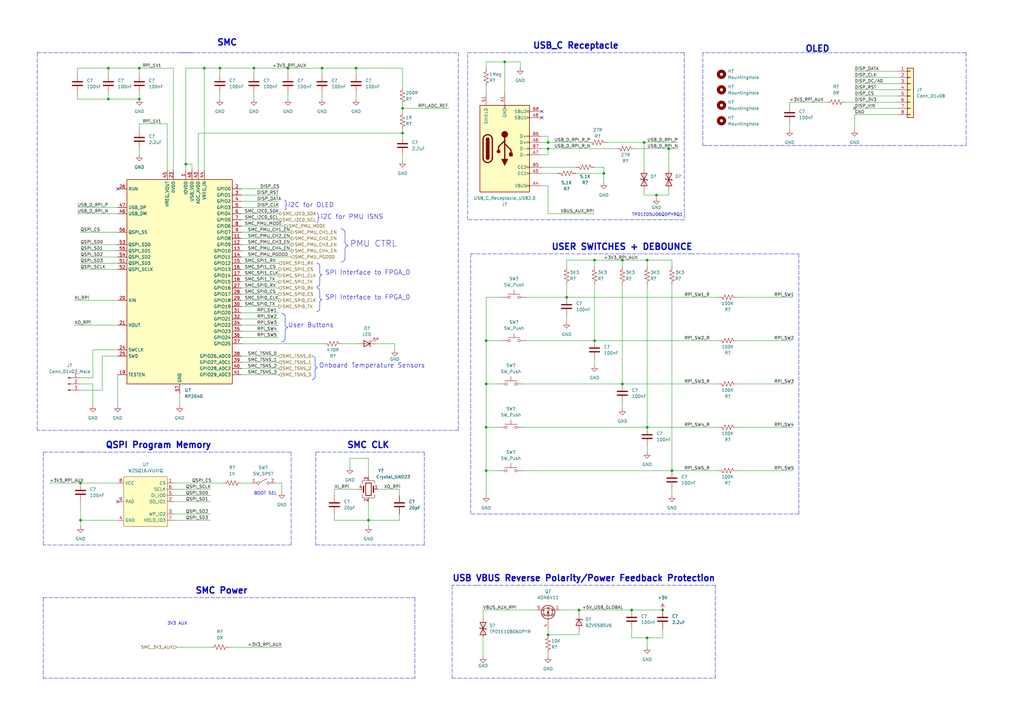
<source format=kicad_sch>
(kicad_sch (version 20211123) (generator eeschema)
  (paper "A3")
  (title_block (title "System Management Controller") (date "2023-02-16") (rev "1") (comment 1 "Designed by DragonEnjoyer :3"))
  (junction (at 207.01 25.4))
  (junction (at 243.84 139.7))
  (junction (at 151.13 213.36))
  (junction (at 265.43 175.26))
  (junction (at 146.05 27.94))
  (junction (at 271.78 250.19))
  (junction (at 247.65 71.12))
  (junction (at 224.79 58.42))
  (junction (at 237.49 250.19))
  (junction (at 243.84 106.68))
  (junction (at 165.1 44.45))
  (junction (at 264.16 58.42))
  (junction (at 275.59 193.04))
  (junction (at 76.2 67.31))
  (junction (at 224.79 60.96))
  (junction (at 259.08 250.19))
  (junction (at 199.39 139.7))
  (junction (at 83.82 27.94))
  (junction (at 104.14 27.94))
  (junction (at 199.39 157.48))
  (junction (at 33.02 213.36))
  (junction (at 33.02 198.12))
  (junction (at 199.39 175.26))
  (junction (at 44.45 40.64))
  (junction (at 232.41 121.92))
  (junction (at 269.24 80.01))
  (junction (at 57.15 40.64))
  (junction (at 199.39 193.04))
  (junction (at 44.45 27.94))
  (junction (at 255.27 106.68))
  (junction (at 90.17 27.94))
  (junction (at 165.1 54.61))
  (junction (at 224.79 260.35))
  (junction (at 265.43 261.62))
  (junction (at 132.08 27.94))
  (junction (at 118.11 27.94))
  (junction (at 274.32 60.96))
  (junction (at 57.15 27.94))
  (junction (at 265.43 106.68))
  (junction (at 255.27 157.48))
  (no_connect (at 222.25 48.26))
  (no_connect (at 350.52 44.45))
  (no_connect (at 48.26 77.47))
  (no_connect (at 222.25 45.72))
  (no_connect (at 48.26 205.74))
  (wire (pts (xy 259.08 250.19) (xy 271.78 250.19)))
  (wire (pts (xy 137.16 200.66) (xy 137.16 203.2)))
  (wire (pts (xy 81.28 69.85) (xy 81.28 54.61)))
  (wire (pts (xy 57.15 60.96) (xy 57.15 63.5)))
  (wire (pts (xy 255.27 106.68) (xy 265.43 106.68)))
  (polyline (pts (xy 170.18 245.11) (xy 170.18 278.13)))
  (polyline (pts (xy 187.96 21.59) (xy 187.96 176.53)))
  (wire (pts (xy 350.52 39.37) (xy 368.3 39.37)))
  (wire (pts (xy 269.24 80.01) (xy 269.24 81.28)))
  (wire (pts (xy 222.25 68.58) (xy 236.22 68.58)))
  (wire (pts (xy 31.75 27.94) (xy 31.75 30.48)))
  (wire (pts (xy 151.13 195.58) (xy 151.13 187.96)))
  (wire (pts (xy 199.39 25.4) (xy 207.01 25.4)))
  (wire (pts (xy 38.1 143.51) (xy 48.26 143.51)))
  (wire (pts (xy 99.06 110.49) (xy 114.3 110.49)))
  (wire (pts (xy 71.12 27.94) (xy 71.12 69.85)))
  (wire (pts (xy 71.12 200.66) (xy 86.36 200.66)))
  (wire (pts (xy 224.79 63.5) (xy 224.79 60.96)))
  (wire (pts (xy 198.12 261.62) (xy 198.12 269.24)))
  (wire (pts (xy 232.41 109.22) (xy 232.41 106.68)))
  (wire (pts (xy 154.94 200.66) (xy 163.83 200.66)))
  (wire (pts (xy 78.74 67.31) (xy 76.2 67.31)))
  (polyline (pts (xy 185.42 240.03) (xy 185.42 278.13)))
  (wire (pts (xy 68.58 50.8) (xy 57.15 50.8)))
  (wire (pts (xy 222.25 76.2) (xy 224.79 76.2)))
  (polyline (pts (xy 17.78 185.42) (xy 34.29 185.42)))
  (wire (pts (xy 199.39 175.26) (xy 199.39 193.04)))
  (wire (pts (xy 205.74 121.92) (xy 199.39 121.92)))
  (wire (pts (xy 165.1 53.34) (xy 165.1 54.61)))
  (wire (pts (xy 31.75 87.63) (xy 48.26 87.63)))
  (wire (pts (xy 255.27 106.68) (xy 255.27 109.22)))
  (wire (pts (xy 199.39 193.04) (xy 204.47 193.04)))
  (wire (pts (xy 90.17 38.1) (xy 90.17 40.64)))
  (wire (pts (xy 99.06 133.35) (xy 114.3 133.35)))
  (wire (pts (xy 274.32 77.47) (xy 274.32 80.01)))
  (wire (pts (xy 237.49 259.08) (xy 237.49 260.35)))
  (polyline (pts (xy 327.66 210.82) (xy 193.04 210.82)))
  (wire (pts (xy 71.12 27.94) (xy 57.15 27.94)))
  (wire (pts (xy 99.06 130.81) (xy 114.3 130.81)))
  (wire (pts (xy 243.84 68.58) (xy 247.65 68.58)))
  (wire (pts (xy 163.83 210.82) (xy 163.83 213.36)))
  (wire (pts (xy 214.63 193.04) (xy 275.59 193.04)))
  (wire (pts (xy 264.16 58.42) (xy 264.16 69.85)))
  (wire (pts (xy 323.85 53.34) (xy 323.85 50.8)))
  (wire (pts (xy 33.02 213.36) (xy 33.02 215.9)))
  (wire (pts (xy 165.1 54.61) (xy 165.1 55.88)))
  (polyline (pts (xy 187.96 176.53) (xy 15.24 176.53)))
  (wire (pts (xy 232.41 121.92) (xy 294.64 121.92)))
  (wire (pts (xy 33.02 110.49) (xy 48.26 110.49)))
  (wire (pts (xy 114.3 80.01) (xy 99.06 80.01)))
  (polyline (pts (xy 173.99 223.52) (xy 173.99 185.42)))
  (wire (pts (xy 199.39 139.7) (xy 199.39 157.48)))
  (wire (pts (xy 81.28 54.61) (xy 165.1 54.61)))
  (wire (pts (xy 38.1 157.48) (xy 38.1 166.37)))
  (polyline (pts (xy 73.66 21.59) (xy 187.96 21.59)))
  (wire (pts (xy 99.06 87.63) (xy 114.3 87.63)))
  (wire (pts (xy 199.39 175.26) (xy 204.47 175.26)))
  (wire (pts (xy 255.27 157.48) (xy 294.64 157.48)))
  (wire (pts (xy 237.49 260.35) (xy 224.79 260.35)))
  (wire (pts (xy 33.02 102.87) (xy 48.26 102.87)))
  (wire (pts (xy 90.17 27.94) (xy 90.17 30.48)))
  (wire (pts (xy 73.66 161.29) (xy 73.66 166.37)))
  (polyline (pts (xy 15.24 176.53) (xy 15.24 21.59)))
  (wire (pts (xy 104.14 27.94) (xy 118.11 27.94)))
  (polyline (pts (xy 293.37 278.13) (xy 293.37 240.03)))
  (wire (pts (xy 99.06 148.59) (xy 114.3 148.59)))
  (polyline (pts (xy 191.77 21.59) (xy 205.74 21.59)))
  (wire (pts (xy 78.74 69.85) (xy 78.74 67.31)))
  (wire (pts (xy 99.06 128.27) (xy 114.3 128.27)))
  (wire (pts (xy 99.06 97.79) (xy 119.38 97.79)))
  (wire (pts (xy 44.45 27.94) (xy 57.15 27.94)))
  (wire (pts (xy 33.02 213.36) (xy 48.26 213.36)))
  (polyline (pts (xy 17.78 223.52) (xy 17.78 185.42)))
  (wire (pts (xy 248.92 58.42) (xy 264.16 58.42)))
  (wire (pts (xy 222.25 63.5) (xy 224.79 63.5)))
  (wire (pts (xy 236.22 71.12) (xy 247.65 71.12)))
  (wire (pts (xy 302.26 175.26) (xy 325.12 175.26)))
  (wire (pts (xy 199.39 157.48) (xy 204.47 157.48)))
  (wire (pts (xy 224.79 87.63) (xy 243.84 87.63)))
  (wire (pts (xy 222.25 60.96) (xy 224.79 60.96)))
  (polyline (pts (xy 129.54 185.42) (xy 173.99 185.42)))
  (wire (pts (xy 232.41 129.54) (xy 232.41 132.08)))
  (wire (pts (xy 237.49 250.19) (xy 237.49 251.46)))
  (wire (pts (xy 146.05 27.94) (xy 146.05 30.48)))
  (polyline (pts (xy 119.38 223.52) (xy 17.78 223.52)))
  (wire (pts (xy 151.13 213.36) (xy 151.13 215.9)))
  (wire (pts (xy 99.06 140.97) (xy 132.715 140.97)))
  (wire (pts (xy 76.2 27.94) (xy 76.2 67.31)))
  (polyline (pts (xy 185.42 278.13) (xy 293.37 278.13)))
  (wire (pts (xy 247.65 71.12) (xy 247.65 68.58)))
  (wire (pts (xy 104.14 27.94) (xy 104.14 30.48)))
  (wire (pts (xy 271.78 257.81) (xy 271.78 261.62)))
  (wire (pts (xy 165.1 44.45) (xy 165.1 45.72)))
  (wire (pts (xy 57.15 50.8) (xy 57.15 53.34)))
  (wire (pts (xy 99.06 198.12) (xy 102.87 198.12)))
  (wire (pts (xy 161.925 140.97) (xy 161.925 143.51)))
  (wire (pts (xy 99.06 125.73) (xy 114.3 125.73)))
  (wire (pts (xy 165.1 43.18) (xy 165.1 44.45)))
  (wire (pts (xy 137.16 213.36) (xy 137.16 210.82)))
  (wire (pts (xy 118.11 27.94) (xy 118.11 30.48)))
  (wire (pts (xy 33.02 105.41) (xy 48.26 105.41)))
  (polyline (pts (xy 396.24 59.69) (xy 396.24 21.59)))
  (wire (pts (xy 274.32 60.96) (xy 274.32 69.85)))
  (wire (pts (xy 302.26 139.7) (xy 325.12 139.7)))
  (wire (pts (xy 165.1 35.56) (xy 165.1 27.94)))
  (wire (pts (xy 99.06 105.41) (xy 119.38 105.41)))
  (wire (pts (xy 115.57 198.12) (xy 115.57 201.93)))
  (wire (pts (xy 259.08 261.62) (xy 265.43 261.62)))
  (wire (pts (xy 44.45 40.64) (xy 57.15 40.64)))
  (wire (pts (xy 99.06 115.57) (xy 114.3 115.57)))
  (wire (pts (xy 214.63 175.26) (xy 265.43 175.26)))
  (wire (pts (xy 198.12 250.19) (xy 219.71 250.19)))
  (wire (pts (xy 99.06 123.19) (xy 114.3 123.19)))
  (wire (pts (xy 302.26 193.04) (xy 325.12 193.04)))
  (wire (pts (xy 146.05 38.1) (xy 146.05 40.64)))
  (wire (pts (xy 99.06 85.09) (xy 114.3 85.09)))
  (polyline (pts (xy 129.54 185.42) (xy 129.54 223.52)))
  (polyline (pts (xy 280.67 90.17) (xy 191.77 90.17)))
  (wire (pts (xy 255.27 165.1) (xy 255.27 167.64)))
  (wire (pts (xy 83.82 27.94) (xy 76.2 27.94)))
  (wire (pts (xy 237.49 250.19) (xy 259.08 250.19)))
  (wire (pts (xy 30.48 123.19) (xy 48.26 123.19)))
  (wire (pts (xy 104.14 38.1) (xy 104.14 40.64)))
  (wire (pts (xy 99.06 77.47) (xy 114.3 77.47)))
  (wire (pts (xy 350.52 36.83) (xy 368.3 36.83)))
  (polyline (pts (xy 205.74 21.59) (xy 280.67 21.59)))
  (wire (pts (xy 33.02 95.25) (xy 48.26 95.25)))
  (polyline (pts (xy 283.21 104.14) (xy 327.66 104.14)))
  (wire (pts (xy 31.75 40.64) (xy 31.75 38.1)))
  (wire (pts (xy 323.85 41.91) (xy 339.09 41.91)))
  (wire (pts (xy 199.39 139.7) (xy 205.74 139.7)))
  (wire (pts (xy 247.65 71.12) (xy 247.65 74.93)))
  (wire (pts (xy 165.1 44.45) (xy 184.15 44.45)))
  (wire (pts (xy 99.06 100.33) (xy 119.38 100.33)))
  (wire (pts (xy 274.32 80.01) (xy 269.24 80.01)))
  (wire (pts (xy 33.02 160.02) (xy 41.91 160.02)))
  (wire (pts (xy 207.01 25.4) (xy 207.01 38.1)))
  (wire (pts (xy 346.71 41.91) (xy 368.3 41.91)))
  (polyline (pts (xy 33.02 185.42) (xy 119.38 185.42)))
  (polyline (pts (xy 191.77 90.17) (xy 191.77 21.59)))
  (wire (pts (xy 99.06 90.17) (xy 114.3 90.17)))
  (wire (pts (xy 44.45 40.64) (xy 44.45 38.1)))
  (wire (pts (xy 30.48 133.35) (xy 48.26 133.35)))
  (polyline (pts (xy 327.66 104.14) (xy 327.66 210.82)))
  (wire (pts (xy 38.1 154.94) (xy 38.1 143.51)))
  (wire (pts (xy 243.84 106.68) (xy 243.84 109.22)))
  (wire (pts (xy 140.335 140.97) (xy 146.685 140.97)))
  (wire (pts (xy 265.43 261.62) (xy 265.43 265.43)))
  (wire (pts (xy 71.12 213.36) (xy 86.36 213.36)))
  (wire (pts (xy 232.41 116.84) (xy 232.41 121.92)))
  (wire (pts (xy 265.43 182.88) (xy 265.43 185.42)))
  (wire (pts (xy 199.39 25.4) (xy 199.39 27.94)))
  (wire (pts (xy 224.79 58.42) (xy 224.79 55.88)))
  (wire (pts (xy 143.51 187.96) (xy 143.51 191.77)))
  (polyline (pts (xy 17.78 245.11) (xy 170.18 245.11)))
  (wire (pts (xy 302.26 121.92) (xy 325.12 121.92)))
  (polyline (pts (xy 195.58 240.03) (xy 185.42 240.03)))
  (wire (pts (xy 99.06 120.65) (xy 114.3 120.65)))
  (wire (pts (xy 350.52 31.75) (xy 368.3 31.75)))
  (wire (pts (xy 99.06 113.03) (xy 114.3 113.03)))
  (wire (pts (xy 265.43 106.68) (xy 275.59 106.68)))
  (polyline (pts (xy 170.18 278.13) (xy 17.78 278.13)))
  (wire (pts (xy 232.41 106.68) (xy 243.84 106.68)))
  (wire (pts (xy 48.26 153.67) (xy 48.26 166.37)))
  (wire (pts (xy 132.08 27.94) (xy 146.05 27.94)))
  (wire (pts (xy 265.43 116.84) (xy 265.43 175.26)))
  (wire (pts (xy 76.2 67.31) (xy 76.2 69.85)))
  (polyline (pts (xy 293.37 240.03) (xy 195.58 240.03)))
  (wire (pts (xy 20.32 198.12) (xy 33.02 198.12)))
  (wire (pts (xy 224.79 60.96) (xy 252.73 60.96)))
  (wire (pts (xy 33.02 157.48) (xy 38.1 157.48)))
  (wire (pts (xy 57.15 38.1) (xy 57.15 40.64)))
  (wire (pts (xy 255.27 116.84) (xy 255.27 157.48)))
  (wire (pts (xy 113.03 198.12) (xy 115.57 198.12)))
  (wire (pts (xy 118.11 27.94) (xy 132.08 27.94)))
  (wire (pts (xy 215.9 139.7) (xy 243.84 139.7)))
  (wire (pts (xy 243.84 106.68) (xy 255.27 106.68)))
  (wire (pts (xy 224.79 58.42) (xy 241.3 58.42)))
  (wire (pts (xy 350.52 29.21) (xy 368.3 29.21)))
  (wire (pts (xy 222.25 71.12) (xy 228.6 71.12)))
  (wire (pts (xy 207.01 25.4) (xy 213.36 25.4)))
  (wire (pts (xy 33.02 154.94) (xy 38.1 154.94)))
  (wire (pts (xy 265.43 261.62) (xy 271.78 261.62)))
  (polyline (pts (xy 15.24 21.59) (xy 78.74 21.59)))
  (wire (pts (xy 260.35 60.96) (xy 274.32 60.96)))
  (polyline (pts (xy 288.29 21.59) (xy 288.29 59.69)))
  (wire (pts (xy 71.1321 210.82) (xy 86.3721 210.82)))
  (wire (pts (xy 224.79 76.2) (xy 224.79 87.63)))
  (wire (pts (xy 86.36 265.43) (xy 72.39 265.43)))
  (polyline (pts (xy 280.67 21.59) (xy 280.67 90.17)))
  (wire (pts (xy 222.25 55.88) (xy 224.79 55.88)))
  (polyline (pts (xy 193.04 104.14) (xy 283.21 104.14)))
  (wire (pts (xy 265.43 106.68) (xy 265.43 109.22)))
  (wire (pts (xy 99.06 92.71) (xy 116.84 92.71)))
  (wire (pts (xy 90.17 27.94) (xy 104.14 27.94)))
  (wire (pts (xy 275.59 200.66) (xy 275.59 203.2)))
  (wire (pts (xy 269.24 80.01) (xy 264.16 80.01)))
  (wire (pts (xy 132.08 27.94) (xy 132.08 30.48)))
  (wire (pts (xy 68.58 69.85) (xy 68.58 50.8)))
  (wire (pts (xy 243.84 147.32) (xy 243.84 149.86)))
  (wire (pts (xy 222.25 58.42) (xy 224.79 58.42)))
  (wire (pts (xy 44.45 27.94) (xy 44.45 30.48)))
  (wire (pts (xy 151.13 205.74) (xy 151.13 213.36)))
  (wire (pts (xy 163.83 200.66) (xy 163.83 203.2)))
  (wire (pts (xy 99.06 95.25) (xy 119.38 95.25)))
  (wire (pts (xy 99.06 151.13) (xy 114.3 151.13)))
  (wire (pts (xy 229.87 250.19) (xy 237.49 250.19)))
  (wire (pts (xy 265.43 175.26) (xy 294.64 175.26)))
  (wire (pts (xy 165.1 63.5) (xy 165.1 66.04)))
  (wire (pts (xy 83.82 27.94) (xy 83.82 69.85)))
  (wire (pts (xy 224.79 267.97) (xy 224.79 269.24)))
  (wire (pts (xy 57.15 27.94) (xy 57.15 30.48)))
  (wire (pts (xy 199.39 157.48) (xy 199.39 175.26)))
  (wire (pts (xy 99.06 82.55) (xy 114.3 82.55)))
  (polyline (pts (xy 193.04 210.82) (xy 193.04 104.14)))
  (wire (pts (xy 99.06 135.89) (xy 114.3 135.89)))
  (wire (pts (xy 275.59 116.84) (xy 275.59 193.04)))
  (wire (pts (xy 41.91 146.05) (xy 48.26 146.05)))
  (wire (pts (xy 118.11 38.1) (xy 118.11 40.64)))
  (polyline (pts (xy 288.29 59.69) (xy 396.24 59.69)))
  (wire (pts (xy 71.12 205.74) (xy 86.36 205.74)))
  (wire (pts (xy 99.06 102.87) (xy 119.38 102.87)))
  (wire (pts (xy 214.63 157.48) (xy 255.27 157.48)))
  (wire (pts (xy 33.02 205.74) (xy 33.02 213.36)))
  (polyline (pts (xy 119.38 185.42) (xy 119.38 223.52)))
  (wire (pts (xy 350.52 34.29) (xy 368.3 34.29)))
  (wire (pts (xy 147.32 200.66) (xy 137.16 200.66)))
  (wire (pts (xy 198.12 250.19) (xy 198.12 254)))
  (wire (pts (xy 41.91 160.02) (xy 41.91 146.05)))
  (wire (pts (xy 350.52 44.45) (xy 368.3 44.45)))
  (wire (pts (xy 232.41 121.92) (xy 215.9 121.92)))
  (wire (pts (xy 33.02 198.12) (xy 48.26 198.12)))
  (wire (pts (xy 31.75 27.94) (xy 44.45 27.94)))
  (wire (pts (xy 115.57 265.43) (xy 93.98 265.43)))
  (polyline (pts (xy 396.24 21.59) (xy 288.29 21.59)))
  (wire (pts (xy 146.05 27.94) (xy 165.1 27.94)))
  (wire (pts (xy 99.06 107.95) (xy 114.3 107.95)))
  (wire (pts (xy 199.39 35.56) (xy 199.39 38.1)))
  (wire (pts (xy 151.13 187.96) (xy 143.51 187.96)))
  (polyline (pts (xy 17.78 245.11) (xy 17.78 278.13)))
  (wire (pts (xy 99.06 146.05) (xy 114.3 146.05)))
  (wire (pts (xy 199.39 121.92) (xy 199.39 139.7)))
  (wire (pts (xy 350.52 46.99) (xy 368.3 46.99)))
  (wire (pts (xy 151.13 213.36) (xy 137.16 213.36)))
  (wire (pts (xy 213.36 25.4) (xy 213.36 27.94)))
  (wire (pts (xy 243.84 116.84) (xy 243.84 139.7)))
  (wire (pts (xy 31.75 85.09) (xy 48.26 85.09)))
  (wire (pts (xy 259.08 261.62) (xy 259.08 257.81)))
  (wire (pts (xy 83.82 27.94) (xy 90.17 27.94)))
  (wire (pts (xy 243.84 139.7) (xy 294.64 139.7)))
  (wire (pts (xy 264.16 80.01) (xy 264.16 77.47)))
  (wire (pts (xy 31.75 40.64) (xy 44.45 40.64)))
  (wire (pts (xy 163.83 213.36) (xy 151.13 213.36)))
  (wire (pts (xy 274.32 60.96) (xy 278.13 60.96)))
  (wire (pts (xy 302.26 157.48) (xy 325.12 157.48)))
  (wire (pts (xy 33.02 100.33) (xy 48.26 100.33)))
  (wire (pts (xy 323.85 41.91) (xy 323.85 43.18)))
  (wire (pts (xy 33.02 107.95) (xy 48.26 107.95)))
  (polyline (pts (xy 129.54 223.52) (xy 173.99 223.52)))
  (wire (pts (xy 199.39 193.04) (xy 199.39 203.2)))
  (wire (pts (xy 224.79 257.81) (xy 224.79 260.35)))
  (wire (pts (xy 99.06 118.11) (xy 114.3 118.11)))
  (wire (pts (xy 71.12 198.12) (xy 91.44 198.12)))
  (wire (pts (xy 71.12 203.2) (xy 86.36 203.2)))
  (wire (pts (xy 264.16 58.42) (xy 278.13 58.42)))
  (wire (pts (xy 99.06 138.43) (xy 114.3 138.43)))
  (wire (pts (xy 132.08 38.1) (xy 132.08 40.64)))
  (wire (pts (xy 275.59 106.68) (xy 275.59 109.22)))
  (wire (pts (xy 154.305 140.97) (xy 161.925 140.97)))
  (wire (pts (xy 99.06 153.67) (xy 114.3 153.67)))
  (wire (pts (xy 350.52 46.99) (xy 350.52 53.34)))
  (wire (pts (xy 275.59 193.04) (xy 294.64 193.04)))
  (text "SPI Interface to FPGA_0\n" (at 133.35 123.19 0) (effects (font (size 1.905 1.905)) (justify left bottom)))
  (text "TPD1E05U06QDPYRQ1" (at 259.08 88.9 0) (effects (font (size 1.27 1.27)) (justify left bottom)))
  (text "}" (at 116.332 85.598 0) (effects (font (size 2.54 2.54)) (justify left bottom)))
  (text "USB VBUS Reverse Polarity/Power Feedback Protection" (at 185.42 238.76 0) (effects (font (size 2.54 2.54) (thickness 0.508) bold) (justify left bottom)))
  (text "PMU CTRL" (at 143.51 101.6 0) (effects (font (size 2.54 2.54)) (justify left bottom)))
  (text "USB_C Receptacle" (at 218.44 20.32 0) (effects (font (size 2.54 2.54) bold) (justify left bottom)))
  (text "User Buttons" (at 118.11 134.62 0) (effects (font (size 1.905 1.905)) (justify left bottom)))
  (text "USER SWITCHES + DEBOUNCE" (at 226.06 102.87 0) (effects (font (size 2.54 2.54) bold) (justify left bottom)))
  (text "3V3 AUX " (at 68.58 256.54 0) (effects (font (size 1.27 1.27)) (justify left bottom)))
  (text "}" (at 128.905 126.365 0) (effects (font (size 6.35 6.35)) (justify left bottom)))
  (text "SMC Power" (at 80.01 243.84 0) (effects (font (size 2.54 2.54) (thickness 0.508) bold) (justify left bottom)))
  (text "i2C for PMU ISNS\n" (at 131.445 90.17 0) (effects (font (size 1.905 1.905)) (justify left bottom)))
  (text "}" (at 128.905 116.205 0) (effects (font (size 6.35 6.35)) (justify left bottom)))
  (text "OLED" (at 330.2 21.59 0) (effects (font (size 2.54 2.54) (thickness 0.508) bold) (justify left bottom)))
  (text "}" (at 127 154.305 0) (effects (font (size 6.35 6.35)) (justify left bottom)))
  (text "SMC" (at 88.9 19.05 0) (effects (font (size 2.54 2.54) (thickness 0.508) bold) (justify left bottom)))
  (text "SPI Interface to FPGA_0" (at 133.35 113.03 0) (effects (font (size 1.905 1.905)) (justify left bottom)))
  (text "QSPI Program Memory" (at 43.18 184.15 0) (effects (font (size 2.54 2.54) bold) (justify left bottom)))
  (text "}" (at 138.43 105.41 0) (effects (font (size 8.89 8.89)) (justify left bottom)))
  (text "SMC CLK" (at 142.24 184.15 0) (effects (font (size 2.54 2.54) bold) (justify left bottom)))
  (text "i2C for OLED" (at 118.11 85.344 0) (effects (font (size 1.905 1.905)) (justify left bottom)))
  (text "}" (at 129.54 90.805 0) (effects (font (size 2.54 2.54)) (justify left bottom)))
  (text "Onboard Temperature Sensors" (at 130.81 151.13 0) (effects (font (size 1.905 1.905)) (justify left bottom)))
  (text "BOOT SEL" (at 104.14 203.2 0) (effects (font (size 1.27 1.27)) (justify left bottom)))
  (text "}" (at 114.3 138.43 0) (effects (font (size 7.62 7.62)) (justify left bottom)))
  (label "RPi_SW3" (at 317.5 157.48 0))
  (label "SMC_SPI1_CS" (at 100.33 110.49 0))
  (label "DISP_CLK" (at 350.52 31.75 0))
  (label "RPi_SW1" (at 317.5 121.92 0))
  (label "GND" (at 350.52 46.99 0))
  (label "RPi_SW4_R" (at 280.67 175.26 0))
  (label "RPi_SW5" (at 105.41 138.43 0))
  (label "DISP_CS" (at 106.68 77.47 0))
  (label "USB_D_RPI_N" (at 265.43 60.96 0))
  (label "SMC_SPI1_TX" (at 100.33 115.57 0))
  (label "QSPI_SD1" (at 76.2 205.74 0))
  (label "DISP_DATA" (at 105.41 82.55 0))
  (label "SMC_TSNS_0" (at 101.6 146.05 0))
  (label "DISP_DC{slash}A0" (at 350.52 34.29 0))
  (label "XI_RPi" (at 30.48 123.19 0))
  (label "XO_RPi" (at 30.48 133.35 0))
  (label "QSPI_SD0" (at 76.2 203.2 0))
  (label "QSPI_SD2" (at 76.2 210.82 0))
  (label "QSPI_SCLK" (at 76.2 200.66 0))
  (label "+5V_USB_GLOBAL" (at 238.76 250.19 0))
  (label "SMC_TSNS_2" (at 101.6 151.13 0))
  (label "SMC_I2C0_SDA" (at 100.33 87.63 0))
  (label "QSPI_CS" (at 33.02 95.25 0))
  (label "+3V3_RPi_AUX" (at 323.85 41.91 0))
  (label "SMC_PMU_CH4_EN" (at 101.6 102.87 0))
  (label "DISP_RST" (at 114.3 80.01 180))
  (label "USB_D_RPI_P" (at 265.43 58.42 0))
  (label "XI_RPi" (at 137.16 200.66 0))
  (label "SMC_SPI1_CLK" (at 100.33 113.03 0))
  (label "QSPI_SD3" (at 76.2 213.36 0))
  (label "DISP_CLK" (at 105.41 85.09 0))
  (label "DISP_RST" (at 350.52 36.83 0))
  (label "RPi_SW4" (at 105.41 135.89 0))
  (label "RPi_SW5" (at 317.5 193.04 0))
  (label "RPi_SW1" (at 105.41 128.27 0))
  (label "RPi_SW1_R" (at 280.67 121.92 0))
  (label "RPi_SW2" (at 317.5 139.7 0))
  (label "+3V3_RPi_AUX" (at 247.65 106.68 0))
  (label "SMC_PMU_CH2_EN" (at 101.6 97.79 0))
  (label "SMC_I2C0_SCL" (at 100.33 90.17 0))
  (label "+3V3_RPi_AUX" (at 20.32 198.12 0))
  (label "RPi_SW3" (at 105.41 133.35 0))
  (label "SMC_SPI0_CS" (at 100.33 120.65 0))
  (label "RPi_1V1" (at 58.42 27.94 0))
  (label "SMC_PMU_PGOOD" (at 101.6 105.41 0))
  (label "USB_D_RPI_N" (at 31.75 87.63 0))
  (label "+3V3_RPi_AUX" (at 125.73 27.94 180))
  (label "+3V3_RPi_AUX" (at 101.6 265.43 0))
  (label "QSPI_SD0" (at 33.02 100.33 0))
  (label "RPi_SW5_R" (at 280.67 193.04 0))
  (label "DISP_CS" (at 350.52 39.37 0))
  (label "VBUS_AUX_RPI" (at 198.12 250.19 0))
  (label "RPi_SW3_R" (at 280.67 157.48 0))
  (label "QSPI_CS" (at 78.74 198.12 0))
  (label "USB_D_RPI_P" (at 31.75 85.09 0))
  (label "QSPI_SD3" (at 33.02 107.95 0))
  (label "SMC_PMU_CH1_EN" (at 101.6 95.25 0))
  (label "SMC_SPI0_RX" (at 100.33 118.11 0))
  (label "RPi_ADC_REF" (at 171.45 44.45 0))
  (label "RPi_SW4" (at 317.5 175.26 0))
  (label "SMC_TSNS_3" (at 101.6 153.67 0))
  (label "QSPI_SD1" (at 33.02 102.87 0))
  (label "USB_D_RPI_R_N" (at 227.33 60.96 0))
  (label "DISP_3V3" (at 350.52 41.91 0))
  (label "QSPI_SCLK" (at 33.02 110.49 0))
  (label "USB_D_RPI_R_P" (at 227.33 58.42 0))
  (label "XO_RPi" (at 157.48 200.66 0))
  (label "QSPI_SD2" (at 33.02 105.41 0))
  (label "SMC_SPI0_TX" (at 100.33 125.73 0))
  (label "RPi_1V1" (at 58.42 50.8 0))
  (label "RPi_SW2" (at 105.41 130.81 0))
  (label "SMC_PMU_MODE" (at 100.33 92.71 0))
  (label "SMC_SPI1_RX" (at 100.33 107.95 0))
  (label "SMC_SPI0_CLK" (at 100.33 123.19 0))
  (label "SMC_TSNS_1" (at 101.6 148.59 0))
  (label "SMC_PMU_CH3_EN" (at 101.6 100.33 0))
  (label "DISP_DATA" (at 350.52 29.21 0))
  (label "DISP_VIN" (at 350.52 44.45 0))
  (label "VBUS_AUX_RPI" (at 229.87 87.63 0))
  (label "RPi_SW2_R" (at 280.67 139.7 0))
  (hierarchical_label "SMC_PMU_MODE" (shape output) (at 116.84 92.71 0))
  (hierarchical_label "SMC_SPI1_RX" (shape input) (at 114.3 107.95 0))
  (hierarchical_label "SMC_TSNS_0" (shape input) (at 114.3 146.05 0))
  (hierarchical_label "SMC_SPI0_CLK" (shape output) (at 114.3 123.19 0))
  (hierarchical_label "SMC_TSNS_3" (shape input) (at 114.3 153.67 0))
  (hierarchical_label "SMC_SPI1_CLK" (shape output) (at 114.3 113.03 0))
  (hierarchical_label "SMC_SPI1_TX" (shape output) (at 114.3 115.57 0))
  (hierarchical_label "SMC_TSNS_1" (shape input) (at 114.3 148.59 0))
  (hierarchical_label "SMC_PMU_CH2_EN" (shape output) (at 119.38 97.79 0))
  (hierarchical_label "SMC_3V3_AUX" (shape input) (at 72.39 265.43 180))
  (hierarchical_label "SMC_SPI1_CS" (shape output) (at 114.3 110.49 0))
  (hierarchical_label "SMC_PMU_CH3_EN" (shape output) (at 119.38 100.33 0))
  (hierarchical_label "SMC_PMU_CH1_EN" (shape output) (at 119.38 95.25 0))
  (hierarchical_label "SMC_SPI0_RX" (shape input) (at 114.3 118.11 0))
  (hierarchical_label "SMC_TSNS_2" (shape input) (at 114.3 151.13 0))
  (hierarchical_label "SMC_I2C0_SCL" (shape bidirectional) (at 114.3 90.17 0))
  (hierarchical_label "SMC_SPI0_CS" (shape output) (at 114.3 120.65 0))
  (hierarchical_label "SMC_SPI0_TX" (shape output) (at 114.3 125.73 0))
  (hierarchical_label "SMC_PMU_CH4_EN" (shape output) (at 119.38 102.87 0))
  (hierarchical_label "SMC_I2C0_SDA" (shape bidirectional) (at 114.3 87.63 0))
  (hierarchical_label "SMC_PMU_PGOOD" (shape input) (at 119.38 105.41 0))
  (symbol (lib_id "Device:R_US") (at 199.39 31.75 0) (mirror y) (unit 1)
    (property "Reference" "R?" (at 200.66 33.02 0) (effects (justify right)))
    (property "Value" "1Meg" (at 200.66 30.48 0) (effects (justify right)))
    (property "Footprint" "Resistor_SMD:R_0402_1005Metric" (effects hide))
    (property "MFR PN" "RC0402FR-071ML" (effects hide))
  )
  (symbol (lib_id "Device:R_US") (at 298.45 139.7 90) (mirror x) (unit 1)
    (property "Reference" "R?" (at 298.45 144.78 90))
    (property "Value" "100K" (at 298.45 142.24 90))
    (property "Footprint" "Resistor_SMD:R_0402_1005Metric" (effects hide))
    (property "MFR PN" "RC0402FR-07100KL" (effects hide))
  )
  (symbol (lib_id "Device:C") (at 163.83 207.01 0) (unit 1)
    (property "Reference" "C?" (at 167.64 205.7399 0) (effects (justify left)))
    (property "Value" "20pF" (at 167.64 208.2799 0) (effects (justify left)))
    (property "Footprint" "Capacitor_SMD:C_0402_1005Metric" (effects hide))
    (property "MFR PN" "GCM1555C1H200JA16D" (effects hide))
  )
  (symbol (lib_id "Device:R_US") (at 136.525 140.97 90) (mirror x) (unit 1)
    (property "Reference" "R?" (at 136.525 146.05 90))
    (property "Value" "470R" (at 136.525 143.51 90))
    (property "Footprint" "Resistor_SMD:R_0402_1005Metric" (effects hide))
    (property "MFR PN" "RC0402FR-07470RP" (effects hide))
  )
  (symbol (lib_id "Device:C") (at 31.75 34.29 0) (unit 1)
    (property "Reference" "C?" (at 35.56 33.0199 0) (effects (justify left)))
    (property "Value" "100nF" (at 35.56 35.5599 0) (effects (justify left)))
    (property "Footprint" "Capacitor_SMD:C_0402_1005Metric" (effects hide))
    (property "MFR PN" "GRM155R71H104ME14J" (effects hide))
  )
  (symbol (lib_id "Device:C") (at 132.08 34.29 0) (unit 1)
    (property "Reference" "C?" (at 135.89 33.0199 0) (effects (justify left)))
    (property "Value" "100nF" (at 135.89 35.5599 0) (effects (justify left)))
    (property "Footprint" "Capacitor_SMD:C_0402_1005Metric" (effects hide))
    (property "MFR PN" "GRM155R71H104ME14J" (effects hide))
  )
  (symbol (lib_id "Switch:SW_Push") (at 209.55 157.48 0) (unit 1)
    (property "Reference" "SW?" (at 209.55 149.86 0))
    (property "Value" "SW_Push" (at 209.55 152.4 0))
    (property "Footprint" "Button_Switch_SMD:SW_SPST_B3SL-1022P" (effects hide))
    (property "Datasheet" "https://omronfs.omron.com/en_US/ecb/products/pdf/en-b3sl.pdf" (effects hide))
    (property "MFR PN" "B3SL-1022P" (effects hide))
  )
  (symbol (lib_id "power:GND") (at 323.85 53.34 0) (unit 1)
    (property "Reference" "#PWR?" (effects hide))
    (property "Value" "GND" (at 323.85 58.42 0))
  )
  (symbol (lib_id "power:GND") (at 33.02 215.9 0) (unit 1)
    (property "Reference" "#PWR?" (effects hide))
    (property "Value" "GND" (at 33.02 220.98 0))
  )
  (symbol (lib_id "Device:C") (at 57.15 57.15 0) (unit 1)
    (property "Reference" "C?" (at 60.96 55.8799 0) (effects (justify left)))
    (property "Value" "2.2uF" (at 60.96 58.4199 0) (effects (justify left)))
    (property "Footprint" "Capacitor_SMD:C_0402_1005Metric" (effects hide))
    (property "MFR PN" "GRT155R61E225KE13D" (effects hide))
  )
  (symbol (lib_id "power:GND") (at 265.43 265.43 0) (unit 1)
    (property "Reference" "#PWR?" (effects hide))
    (property "Value" "GND" (at 265.43 270.51 0))
  )
  (symbol (lib_id "Device:R_US") (at 232.41 113.03 0) (mirror y) (unit 1)
    (property "Reference" "R?" (at 233.68 114.3 0) (effects (justify right)))
    (property "Value" "3K3" (at 233.68 111.76 0) (effects (justify right)))
    (property "Footprint" "Resistor_SMD:R_0402_1005Metric" (effects hide))
    (property "MFR PN" "RC0402FR-073K3L" (effects hide))
  )
  (symbol (lib_id "power:GND") (at 255.27 167.64 0) (unit 1)
    (property "Reference" "#PWR?" (effects hide))
    (property "Value" "GND" (at 255.27 172.72 0))
  )
  (symbol (lib_id "Device:D_TVS") (at 264.16 73.66 90) (unit 1)
    (property "Reference" "D?" (at 266.7 72.3899 90) (effects (justify right)))
    (property "Value" "TPD1E05U06QDPYRQ1" (effects hide))
    (property "Footprint" "Diode_SMD:D_0402_1005Metric" (effects hide))
    (property "Datasheet" "https://www.ti.com/general/docs/suppproductinfo.tsp?distId=26&gotoUrl=https://www.ti.com/lit/gpn/tpd1e05u06-q1" (effects hide))
  )
  (symbol (lib_id "Device:R_US") (at 342.9 41.91 90) (unit 1)
    (property "Reference" "R?" (at 342.9 35.56 90))
    (property "Value" "0R" (at 342.9 38.1 90))
    (property "Footprint" "Resistor_SMD:R_0402_1005Metric" (effects hide))
    (property "Datasheet" "https://www.mouser.com/datasheet/2/447/PYu_RC_Group_51_RoHS_L_11-1984063.pdf" (effects hide))
    (property "MRF PN" "RC0402FR-070RL" (effects hide))
  )
  (symbol (lib_id "Device:R_US") (at 224.79 264.16 0) (mirror y) (unit 1)
    (property "Reference" "R?" (at 226.06 265.43 0) (effects (justify right)))
    (property "Value" "10K" (at 226.06 262.89 0) (effects (justify right)))
    (property "Footprint" "Resistor_SMD:R_0402_1005Metric" (effects hide))
    (property "MFR PN" "RC0402FR-0710KP" (effects hide))
  )
  (symbol (lib_id "Switch:SW_SPST") (at 107.95 198.12 0) (unit 1)
    (property "Reference" "SW?" (at 107.95 191.77 0))
    (property "Value" "SW_SPST" (at 107.95 194.31 0))
    (property "Footprint" "Button_Switch_SMD:SW_SPST_B3U-1000P" (effects hide))
    (property "MFR PN" "B3U-1000P" (effects hide))
  )
  (symbol (lib_id "Device:C") (at 165.1 59.69 0) (unit 1)
    (property "Reference" "C?" (at 168.91 58.4199 0) (effects (justify left)))
    (property "Value" "2.2uF" (at 168.91 60.9599 0) (effects (justify left)))
    (property "Footprint" "Capacitor_SMD:C_0402_1005Metric" (effects hide))
    (property "MFR PN" "GRT155R61E225KE13D" (effects hide))
  )
  (symbol (lib_id "Switch:SW_Push") (at 210.82 121.92 0) (unit 1)
    (property "Reference" "SW?" (at 210.82 114.3 0))
    (property "Value" "SW_Push" (at 210.82 116.84 0))
    (property "Footprint" "Button_Switch_SMD:SW_SPST_B3SL-1022P" (effects hide))
    (property "Datasheet" "https://omronfs.omron.com/en_US/ecb/products/pdf/en-b3sl.pdf" (effects hide))
    (property "MFR PN" "B3SL-1022P" (effects hide))
  )
  (symbol (lib_id "Device:R_US") (at 90.17 265.43 90) (unit 1)
    (property "Reference" "R?" (at 90.17 259.08 90))
    (property "Value" "0R" (at 90.17 261.62 90))
    (property "Footprint" "Resistor_SMD:R_0402_1005Metric" (effects hide))
    (property "Datasheet" "https://www.mouser.com/datasheet/2/447/PYu_RC_Group_51_RoHS_L_11-1984063.pdf" (effects hide))
    (property "MRF PN" "RC0402FR-070RL" (effects hide))
  )
  (symbol (lib_id "Device:R_US") (at 298.45 193.04 90) (mirror x) (unit 1)
    (property "Reference" "R?" (at 298.45 198.12 90))
    (property "Value" "100K" (at 298.45 195.58 90))
    (property "Footprint" "Resistor_SMD:R_0402_1005Metric" (effects hide))
    (property "MFR PN" "RC0402FR-07100KL" (effects hide))
  )
  (symbol (lib_id "power:GND") (at 48.26 166.37 0) (unit 1)
    (property "Reference" "#PWR?" (effects hide))
    (property "Value" "GND" (at 48.26 171.45 0))
  )
  (symbol (lib_id "Diode:BZV55B5V6") (at 237.49 255.27 270) (unit 1)
    (property "Reference" "D?" (at 240.03 253.9999 90) (effects (justify left)))
    (property "Value" "BZV55B5V6" (at 240.03 256.5399 90) (effects (justify left)))
    (property "Footprint" "Diode_SMD:D_MiniMELF" (effects hide))
    (property "Datasheet" "https://assets.nexperia.com/documents/data-sheet/BZV55_SER.pdf" (effects hide))
  )
  (symbol (lib_id "Device:R_US") (at 298.45 157.48 90) (mirror x) (unit 1)
    (property "Reference" "R?" (at 298.45 162.56 90))
    (property "Value" "100K" (at 298.45 160.02 90))
    (property "Footprint" "Resistor_SMD:R_0402_1005Metric" (effects hide))
    (property "MFR PN" "RC0402FR-07100KL" (effects hide))
  )
  (symbol (lib_id "power:GND") (at 243.84 149.86 0) (unit 1)
    (property "Reference" "#PWR?" (effects hide))
    (property "Value" "GND" (at 243.84 154.94 0))
  )
  (symbol (lib_id "Device:R_US") (at 95.25 198.12 90) (unit 1)
    (property "Reference" "R?" (at 95.25 191.77 90))
    (property "Value" "1K" (at 95.25 194.31 90))
    (property "Footprint" "Resistor_SMD:R_0402_1005Metric" (effects hide))
    (property "MRF PN" "RC0402FR-071KP" (effects hide))
  )
  (symbol (lib_id "Mechanical:MountingHole") (at 295.91 49.53 0) (unit 1)
    (property "Reference" "H?" (at 298.45 48.2599 0) (effects (justify left)))
    (property "Value" "MountingHole" (at 298.45 50.7999 0) (effects (justify left)))
    (property "Footprint" "MountingHole:MountingHole_3.5mm" (effects hide))
  )
  (symbol (lib_id "Switch:SW_Push") (at 209.55 193.04 0) (unit 1)
    (property "Reference" "SW?" (at 209.55 185.42 0))
    (property "Value" "SW_Push" (at 209.55 187.96 0))
    (property "Footprint" "Button_Switch_SMD:SW_SPST_B3SL-1022P" (effects hide))
    (property "Datasheet" "https://omronfs.omron.com/en_US/ecb/products/pdf/en-b3sl.pdf" (effects hide))
    (property "MFR PN" "B3SL-1022P" (effects hide))
  )
  (symbol (lib_id "Device:D_TVS") (at 198.12 257.81 90) (unit 1)
    (property "Reference" "D?" (at 200.66 256.5399 90) (effects (justify right)))
    (property "Value" "TPD1E10B06DPYR " (at 200.66 259.0799 90) (effects (justify right)))
    (property "Footprint" "Diode_SMD:D_0402_1005Metric" (effects hide))
    (property "Datasheet" "https://www.ti.com/general/docs/suppproductinfo.tsp?distId=26&gotoUrl=https://www.ti.com/lit/gpn/tpd1e10b06" (effects hide))
  )
  (symbol (lib_id "Device:R_US") (at 165.1 39.37 0) (mirror y) (unit 1)
    (property "Reference" "R?" (at 166.37 40.64 0) (effects (justify right)))
    (property "Value" "200R" (at 166.37 38.1 0) (effects (justify right)))
    (property "Footprint" "Resistor_SMD:R_0402_1005Metric" (effects hide))
    (property "MFR PN" "RC0402FR-13200RL" (effects hide))
  )
  (symbol (lib_id "power:GND") (at 232.41 132.08 0) (unit 1)
    (property "Reference" "#PWR?" (effects hide))
    (property "Value" "GND" (at 232.41 137.16 0))
  )
  (symbol (lib_id "Device:R_US") (at 232.41 71.12 90) (mirror x) (unit 1)
    (property "Reference" "R?" (at 232.41 77.47 90))
    (property "Value" "5.1K" (at 232.41 74.93 90))
    (property "Footprint" "Resistor_SMD:R_0402_1005Metric" (effects hide))
    (property "MFR PN" "RC0402FR-075K1L" (effects hide))
  )
  (symbol (lib_id "power:GND") (at 265.43 185.42 0) (unit 1)
    (property "Reference" "#PWR?" (effects hide))
    (property "Value" "GND" (at 265.43 190.5 0))
  )
  (symbol (lib_id "Device:R_US") (at 265.43 113.03 0) (mirror y) (unit 1)
    (property "Reference" "R?" (at 266.7 114.3 0) (effects (justify right)))
    (property "Value" "3K3" (at 266.7 111.76 0) (effects (justify right)))
    (property "Footprint" "Resistor_SMD:R_0402_1005Metric" (effects hide))
    (property "MFR PN" "RC0402FR-073K3L" (effects hide))
  )
  (symbol (lib_id "Switch:SW_Push") (at 209.55 175.26 0) (unit 1)
    (property "Reference" "SW?" (at 209.55 167.64 0))
    (property "Value" "SW_Push" (at 209.55 170.18 0))
    (property "Footprint" "Button_Switch_SMD:SW_SPST_B3SL-1022P" (effects hide))
    (property "Datasheet" "https://omronfs.omron.com/en_US/ecb/products/pdf/en-b3sl.pdf" (effects hide))
    (property "MFR PN" "B3SL-1022P" (effects hide))
  )
  (symbol (lib_id "Device:R_US") (at 245.11 58.42 90) (mirror x) (unit 1)
    (property "Reference" "R?" (at 245.11 55.88 90))
    (property "Value" "27R" (at 245.11 53.34 90))
    (property "Footprint" "Resistor_SMD:R_0402_1005Metric" (effects hide))
    (property "MFR PN" "RC0402FR-0727RL" (effects hide))
  )
  (symbol (lib_id "Device:C") (at 323.85 46.99 0) (unit 1)
    (property "Reference" "C?" (at 327.66 45.7199 0) (effects (justify left)))
    (property "Value" "100nF" (at 327.66 48.2599 0) (effects (justify left)))
    (property "Footprint" "Capacitor_SMD:C_0402_1005Metric" (effects hide))
    (property "MFR PN" "GRM155R71H104ME14J" (effects hide))
  )
  (symbol (lib_id "power:GND") (at 165.1 66.04 0) (mirror y) (unit 1)
    (property "Reference" "#PWR?" (effects hide))
    (property "Value" "GND" (at 165.1 71.12 0))
  )
  (symbol (lib_id "Device:C") (at 104.14 34.29 0) (unit 1)
    (property "Reference" "C?" (at 107.95 33.0199 0) (effects (justify left)))
    (property "Value" "100nF" (at 107.95 35.5599 0) (effects (justify left)))
    (property "Footprint" "Capacitor_SMD:C_0402_1005Metric" (effects hide))
    (property "MFR PN" "GRM155R71H104ME14J" (effects hide))
  )
  (symbol (lib_id "Device:C") (at 118.11 34.29 0) (unit 1)
    (property "Reference" "C?" (at 121.92 33.0199 0) (effects (justify left)))
    (property "Value" "100nF" (at 121.92 35.5599 0) (effects (justify left)))
    (property "Footprint" "Capacitor_SMD:C_0402_1005Metric" (effects hide))
    (property "MFR PN" "GRM155R71H104ME14J" (effects hide))
  )
  (symbol (lib_id "Device:R_US") (at 298.45 121.92 90) (mirror x) (unit 1)
    (property "Reference" "R?" (at 298.45 127 90))
    (property "Value" "100K" (at 298.45 124.46 90))
    (property "Footprint" "Resistor_SMD:R_0402_1005Metric" (effects hide))
    (property "MFR PN" "RC0402FR-07100KL" (effects hide))
  )
  (symbol (lib_id "Transistor_FET:AON6411") (at 224.79 252.73 90) (unit 1)
    (property "Reference" "Q?" (at 224.79 242.57 90))
    (property "Value" "AON6411" (at 224.79 245.11 90))
    (property "Footprint" "Package_DFN_QFN:AO_DFN-8-1EP_5.55x5.2mm_P1.27mm_EP4.12x4.6mm" (effects hide))
    (property "Datasheet" "http://www.aosmd.com/res/data_sheets/AON6411.pdf" (effects hide))
  )
  (symbol (lib_id "power:GND") (at 115.57 201.93 0) (unit 1)
    (property "Reference" "#PWR?" (effects hide))
    (property "Value" "GND" (at 115.57 207.01 0))
  )
  (symbol (lib_id "Device:C") (at 243.84 143.51 0) (unit 1)
    (property "Reference" "C?" (at 247.65 142.2399 0) (effects (justify left)))
    (property "Value" "100nF" (at 247.65 144.7799 0) (effects (justify left)))
    (property "Footprint" "Capacitor_SMD:C_0402_1005Metric" (effects hide))
    (property "MFR PN" "GRM155R71H104ME14J" (effects hide))
  )
  (symbol (lib_id "Device:C") (at 265.43 179.07 0) (unit 1)
    (property "Reference" "C?" (at 269.24 177.7999 0) (effects (justify left)))
    (property "Value" "100nF" (at 269.24 180.3399 0) (effects (justify left)))
    (property "Footprint" "Capacitor_SMD:C_0402_1005Metric" (effects hide))
    (property "MFR PN" "GRM155R71H104ME14J" (effects hide))
  )
  (symbol (lib_id "power:GND") (at 118.11 40.64 0) (mirror y) (unit 1)
    (property "Reference" "#PWR?" (effects hide))
    (property "Value" "GND" (at 118.11 45.72 0))
  )
  (symbol (lib_id "power:GND") (at 90.17 40.64 0) (mirror y) (unit 1)
    (property "Reference" "#PWR?" (effects hide))
    (property "Value" "GND" (at 90.17 45.72 0))
  )
  (symbol (lib_id "Device:C") (at 275.59 196.85 0) (unit 1)
    (property "Reference" "C?" (at 279.4 195.5799 0) (effects (justify left)))
    (property "Value" "100nF" (at 279.4 198.1199 0) (effects (justify left)))
    (property "Footprint" "Capacitor_SMD:C_0402_1005Metric" (effects hide))
    (property "MFR PN" "GRM155R71H104ME14J" (effects hide))
  )
  (symbol (lib_id "Device:C") (at 255.27 161.29 0) (unit 1)
    (property "Reference" "C?" (at 259.08 160.0199 0) (effects (justify left)))
    (property "Value" "100nF" (at 259.08 162.5599 0) (effects (justify left)))
    (property "Footprint" "Capacitor_SMD:C_0402_1005Metric" (effects hide))
    (property "MFR PN" "GRM155R71H104ME14J" (effects hide))
  )
  (symbol (lib_id "Device:R_US") (at 275.59 113.03 0) (mirror y) (unit 1)
    (property "Reference" "R?" (at 276.86 114.3 0) (effects (justify right)))
    (property "Value" "3K3" (at 276.86 111.76 0) (effects (justify right)))
    (property "Footprint" "Resistor_SMD:R_0402_1005Metric" (effects hide))
    (property "MFR PN" "RC0402FR-073K3L" (effects hide))
  )
  (symbol (lib_id "power:GND") (at 161.925 143.51 0) (unit 1)
    (property "Reference" "#PWR?" (effects hide))
    (property "Value" "GND" (at 161.925 147.32 0))
  )
  (symbol (lib_id "Connector:USB_C_Receptacle_USB2.0") (at 207.01 60.96 0) (mirror x) (unit 1)
    (property "Reference" "J?" (at 207.01 83.82 0))
    (property "Value" "USB_C_Receptacle_USB2.0" (at 207.01 81.28 0))
    (property "Footprint" "Connector_USB:USB_C_Receptacle_GCT_USB4085" (effects hide))
    (property "Datasheet" "https://www.usb.org/sites/default/files/documents/usb_type-c.zip" (effects hide))
  )
  (symbol (lib_id "power:GND") (at 38.1 166.37 0) (unit 1)
    (property "Reference" "#PWR?" (effects hide))
    (property "Value" "GND" (at 38.1 171.45 0))
  )
  (symbol (lib_id "Device:R_US") (at 243.84 113.03 0) (mirror y) (unit 1)
    (property "Reference" "R?" (at 245.11 114.3 0) (effects (justify right)))
    (property "Value" "3K3" (at 245.11 111.76 0) (effects (justify right)))
    (property "Footprint" "Resistor_SMD:R_0402_1005Metric" (effects hide))
    (property "MFR PN" "RC0402FR-073K3L" (effects hide))
  )
  (symbol (lib_id "Mechanical:MountingHole") (at 295.91 30.48 0) (unit 1)
    (property "Reference" "H?" (at 298.45 29.2099 0) (effects (justify left)))
    (property "Value" "MountingHole" (at 298.45 31.7499 0) (effects (justify left)))
    (property "Footprint" "MountingHole:MountingHole_3.5mm" (effects hide))
  )
  (symbol (lib_id "Device:C") (at 137.16 207.01 0) (unit 1)
    (property "Reference" "C?" (at 140.97 205.7399 0) (effects (justify left)))
    (property "Value" "20pF" (at 140.97 208.2799 0) (effects (justify left)))
    (property "Footprint" "Capacitor_SMD:C_0402_1005Metric" (effects hide))
    (property "MFR PN" "GCM1555C1H200JA16D" (effects hide))
  )
  (symbol (lib_id "Device:C") (at 90.17 34.29 0) (unit 1)
    (property "Reference" "C?" (at 93.98 33.0199 0) (effects (justify left)))
    (property "Value" "100nF" (at 93.98 35.5599 0) (effects (justify left)))
    (property "Footprint" "Capacitor_SMD:C_0402_1005Metric" (effects hide))
    (property "MFR PN" "GRM155R71H104ME14J" (effects hide))
  )
  (symbol (lib_id "Connector_Generic:Conn_01x08") (at 373.38 36.83 0) (unit 1)
    (property "Reference" "J?" (at 375.92 36.8299 0) (effects (justify left)))
    (property "Value" "Conn_01x08" (at 375.92 39.3699 0) (effects (justify left)))
  )
  (symbol (lib_id "Memory_Flash:W25Q16JVUXIQ") (at 50.8 195.58 0) (unit 1)
    (property "Reference" "U?" (at 59.69 190.5 0))
    (property "Value" "W25Q16JVUXIQ" (at 59.69 193.04 0))
    (property "Footprint" "Package_SON:WSON-8-1EP_4x4mm_P0.8mm_EP2.2x3mm_ThermalVias" (effects hide))
    (property "Datasheet" "https://www.winbond.com/resource-files/w25q16jv%20spi%20revh%2004082019%20plus.pdf" (effects hide))
    (property "MFR PN" "W25Q16JVUXIQ TR" (effects hide))
  )
  (symbol (lib_id "Connector:Conn_01x03_Male") (at 27.94 157.48 0) (unit 1)
    (property "Reference" "J?" (at 28.575 149.86 0))
    (property "Value" "Conn_01x03_Male" (at 28.575 152.4 0))
  )
  (symbol (lib_id "Device:C") (at 57.15 34.29 0) (unit 1)
    (property "Reference" "C?" (at 60.96 33.0199 0) (effects (justify left)))
    (property "Value" "100nF" (at 60.96 35.5599 0) (effects (justify left)))
    (property "Footprint" "Capacitor_SMD:C_0402_1005Metric" (effects hide))
    (property "MFR PN" "GRM155R71H104ME14J" (effects hide))
  )
  (symbol (lib_id "power:GND") (at 146.05 40.64 0) (mirror y) (unit 1)
    (property "Reference" "#PWR?" (effects hide))
    (property "Value" "GND" (at 146.05 45.72 0))
  )
  (symbol (lib_id "Device:C") (at 33.02 201.93 0) (unit 1)
    (property "Reference" "C?" (at 36.83 200.6599 0) (effects (justify left)))
    (property "Value" "100nF" (at 36.83 203.1999 0) (effects (justify left)))
    (property "Footprint" "Capacitor_SMD:C_0402_1005Metric" (effects hide))
    (property "MFR PN" "GRM155R71H104ME14J" (effects hide))
  )
  (symbol (lib_id "Device:R_US") (at 240.03 68.58 90) (mirror x) (unit 1)
    (property "Reference" "R?" (at 240.03 74.93 90))
    (property "Value" "5.1K" (at 240.03 72.39 90))
    (property "Footprint" "Resistor_SMD:R_0402_1005Metric" (effects hide))
    (property "MFR PN" "RC0402FR-075K1L" (effects hide))
  )
  (symbol (lib_id "power:GND") (at 132.08 40.64 0) (mirror y) (unit 1)
    (property "Reference" "#PWR?" (effects hide))
    (property "Value" "GND" (at 132.08 45.72 0))
  )
  (symbol (lib_id "Device:R_US") (at 298.45 175.26 90) (mirror x) (unit 1)
    (property "Reference" "R?" (at 298.45 180.34 90))
    (property "Value" "100K" (at 298.45 177.8 90))
    (property "Footprint" "Resistor_SMD:R_0402_1005Metric" (effects hide))
    (property "MFR PN" "RC0402FR-07100KL" (effects hide))
  )
  (symbol (lib_id "Device:C") (at 146.05 34.29 0) (unit 1)
    (property "Reference" "C?" (at 149.86 33.0199 0) (effects (justify left)))
    (property "Value" "100nF" (at 149.86 35.5599 0) (effects (justify left)))
    (property "Footprint" "Capacitor_SMD:C_0402_1005Metric" (effects hide))
    (property "MFR PN" "GRM155R71H104ME14J" (effects hide))
  )
  (symbol (lib_id "Device:R_US") (at 255.27 113.03 0) (mirror y) (unit 1)
    (property "Reference" "R?" (at 256.54 114.3 0) (effects (justify right)))
    (property "Value" "3K3" (at 256.54 111.76 0) (effects (justify right)))
    (property "Footprint" "Resistor_SMD:R_0402_1005Metric" (effects hide))
    (property "MFR PN" "RC0402FR-073K3L" (effects hide))
  )
  (symbol (lib_id "power:GND") (at 247.65 74.93 0) (mirror y) (unit 1)
    (property "Reference" "#PWR?" (effects hide))
    (property "Value" "GND" (at 247.65 80.01 0))
  )
  (symbol (lib_id "power:+5V") (at 271.78 250.19 0) (unit 1)
    (property "Reference" "#PWR?" (effects hide))
    (property "Value" "+5V" (at 271.78 245.11 0))
  )
  (symbol (lib_id "Device:Crystal_GND23") (at 151.13 200.66 180) (unit 1)
    (property "Reference" "Y?" (at 156.21 193.04 0))
    (property "Value" "Crystal_GND23" (at 161.29 195.58 0))
    (property "Footprint" "Crystal:Crystal_SMD_3225-4Pin_3.2x2.5mm" (effects hide))
    (property "MFR PN" "12M20P2/XT324-10/10" (effects hide))
  )
  (symbol (lib_id "MCU_RaspberryPi:RP2040") (at 73.66 115.57 0) (unit 1)
    (property "Reference" "U?" (at 75.6794 160.02 0) (effects (justify left)))
    (property "Value" "RP2040" (at 75.6794 162.56 0) (effects (justify left)))
    (property "Footprint" "Package_DFN_QFN:QFN-56-1EP_7x7mm_P0.4mm_EP3.2x3.2mm" (effects hide))
    (property "Datasheet" "https://datasheets.raspberrypi.com/rp2040/rp2040-datasheet.pdf" (effects hide))
  )
  (symbol (lib_id "Device:C") (at 259.08 254 0) (unit 1)
    (property "Reference" "C?" (at 262.89 252.7299 0) (effects (justify left)))
    (property "Value" "100nF" (at 262.89 255.2699 0) (effects (justify left)))
    (property "Footprint" "Capacitor_SMD:C_0402_1005Metric" (effects hide))
    (property "MFR PN" "GRM155R71H104ME14J" (effects hide))
  )
  (symbol (lib_id "Device:R_US") (at 165.1 49.53 0) (mirror y) (unit 1)
    (property "Reference" "R?" (at 166.37 50.8 0) (effects (justify right)))
    (property "Value" "1R" (at 166.37 48.26 0) (effects (justify right)))
    (property "Footprint" "Resistor_SMD:R_0402_1005Metric" (effects hide))
    (property "MFR PN" "RC0402FR-071RL" (effects hide))
  )
  (symbol (lib_id "Device:LED") (at 150.495 140.97 180) (unit 1)
    (property "Reference" "D?" (at 150.495 134.62 0))
    (property "Value" "LED" (at 150.495 137.16 0))
    (property "Footprint" "LED_SMD:LED_0603_1608Metric" (effects hide))
    (property "MFR PN" "B1911PG--20D000514U1930" (effects hide))
  )
  (symbol (lib_id "Device:R_US") (at 256.54 60.96 90) (mirror x) (unit 1)
    (property "Reference" "R?" (at 256.54 66.04 90))
    (property "Value" "27R" (at 256.54 63.5 90))
    (property "Footprint" "Resistor_SMD:R_0402_1005Metric" (effects hide))
    (property "MFR PN" "RC0402FR-0727RL" (effects hide))
  )
  (symbol (lib_id "power:GND") (at 151.13 215.9 0) (unit 1)
    (property "Reference" "#PWR?" (effects hide))
    (property "Value" "GND" (at 151.13 220.98 0))
  )
  (symbol (lib_id "power:GND") (at 57.15 63.5 0) (mirror y) (unit 1)
    (property "Reference" "#PWR?" (effects hide))
    (property "Value" "GND" (at 57.15 68.58 0))
  )
  (symbol (lib_id "power:GND") (at 199.39 203.2 0) (unit 1)
    (property "Reference" "#PWR?" (effects hide))
    (property "Value" "GND" (at 199.39 208.28 0))
  )
  (symbol (lib_id "Device:C") (at 232.41 125.73 0) (unit 1)
    (property "Reference" "C?" (at 236.22 124.4599 0) (effects (justify left)))
    (property "Value" "100nF" (at 236.22 126.9999 0) (effects (justify left)))
    (property "Footprint" "Capacitor_SMD:C_0402_1005Metric" (effects hide))
    (property "MFR PN" "GRM155R71H104ME14J" (effects hide))
  )
  (symbol (lib_id "power:GND") (at 57.15 40.64 0) (mirror y) (unit 1)
    (property "Reference" "#PWR?" (effects hide))
    (property "Value" "GND" (at 57.15 45.72 0))
  )
  (symbol (lib_id "Mechanical:MountingHole") (at 295.91 36.83 0) (unit 1)
    (property "Reference" "H?" (at 298.45 35.5599 0) (effects (justify left)))
    (property "Value" "MountingHole" (at 298.45 38.0999 0) (effects (justify left)))
    (property "Footprint" "MountingHole:MountingHole_3.5mm" (effects hide))
  )
  (symbol (lib_id "Device:D_TVS") (at 274.32 73.66 90) (unit 1)
    (property "Reference" "D?" (at 276.86 72.3899 90) (effects (justify right)))
    (property "Value" "TPD1E05U06QDPYRQ1" (effects hide))
    (property "Footprint" "Diode_SMD:D_0402_1005Metric" (effects hide))
    (property "Datasheet" "https://www.ti.com/general/docs/suppproductinfo.tsp?distId=26&gotoUrl=https://www.ti.com/lit/gpn/tpd1e05u06-q1" (effects hide))
  )
  (symbol (lib_id "power:GND") (at 224.79 269.24 0) (unit 1)
    (property "Reference" "#PWR?" (effects hide))
    (property "Value" "GND" (at 224.79 274.32 0))
  )
  (symbol (lib_id "Device:C") (at 44.45 34.29 0) (unit 1)
    (property "Reference" "C?" (at 48.26 33.0199 0) (effects (justify left)))
    (property "Value" "100nF" (at 48.26 35.5599 0) (effects (justify left)))
    (property "Footprint" "Capacitor_SMD:C_0402_1005Metric" (effects hide))
    (property "MFR PN" "GRM155R71H104ME14J" (effects hide))
  )
  (symbol (lib_id "Mechanical:MountingHole") (at 295.91 43.18 0) (unit 1)
    (property "Reference" "H?" (at 298.45 41.9099 0) (effects (justify left)))
    (property "Value" "MountingHole" (at 298.45 44.4499 0) (effects (justify left)))
    (property "Footprint" "MountingHole:MountingHole_3.5mm" (effects hide))
  )
  (symbol (lib_id "power:GND") (at 269.24 81.28 0) (mirror y) (unit 1)
    (property "Reference" "#PWR?" (effects hide))
    (property "Value" "GND" (at 269.24 85.09 0))
  )
  (symbol (lib_id "power:GND") (at 350.52 53.34 0) (unit 1)
    (property "Reference" "#PWR?" (effects hide))
    (property "Value" "GND" (at 350.52 58.42 0))
  )
  (symbol (lib_id "power:GND") (at 198.12 269.24 0) (unit 1)
    (property "Reference" "#PWR?" (effects hide))
    (property "Value" "GND" (at 198.12 273.05 0))
  )
  (symbol (lib_id "power:GND") (at 73.66 166.37 0) (unit 1)
    (property "Reference" "#PWR?" (effects hide))
    (property "Value" "GND" (at 73.66 171.45 0))
  )
  (symbol (lib_id "power:GND") (at 143.51 191.77 0) (unit 1)
    (property "Reference" "#PWR?" (effects hide))
    (property "Value" "GND" (at 143.51 196.85 0))
  )
  (symbol (lib_id "power:GND") (at 104.14 40.64 0) (mirror y) (unit 1)
    (property "Reference" "#PWR?" (effects hide))
    (property "Value" "GND" (at 104.14 45.72 0))
  )
  (symbol (lib_id "Device:C") (at 271.78 254 0) (unit 1)
    (property "Reference" "C?" (at 275.59 252.7299 0) (effects (justify left)))
    (property "Value" "2.2uF" (at 275.59 255.2699 0) (effects (justify left)))
    (property "Footprint" "Capacitor_SMD:C_0402_1005Metric" (effects hide))
    (property "MFR PN" "GRT155R61E225KE13D" (effects hide))
  )
  (symbol (lib_id "power:GND") (at 275.59 203.2 0) (unit 1)
    (property "Reference" "#PWR?" (effects hide))
    (property "Value" "GND" (at 275.59 208.28 0))
  )
  (symbol (lib_id "Switch:SW_Push") (at 210.82 139.7 0) (unit 1)
    (property "Reference" "SW?" (at 210.82 132.08 0))
    (property "Value" "SW_Push" (at 210.82 134.62 0))
    (property "Footprint" "Button_Switch_SMD:SW_SPST_B3SL-1022P" (effects hide))
    (property "Datasheet" "https://omronfs.omron.com/en_US/ecb/products/pdf/en-b3sl.pdf" (effects hide))
    (property "MFR PN" "B3SL-1022P" (effects hide))
  )
  (symbol (lib_id "power:GND") (at 213.36 27.94 0) (mirror y) (unit 1)
    (property "Reference" "#PWR?" (effects hide))
    (property "Value" "GND" (at 213.36 33.02 0))
  )
)
</source>
